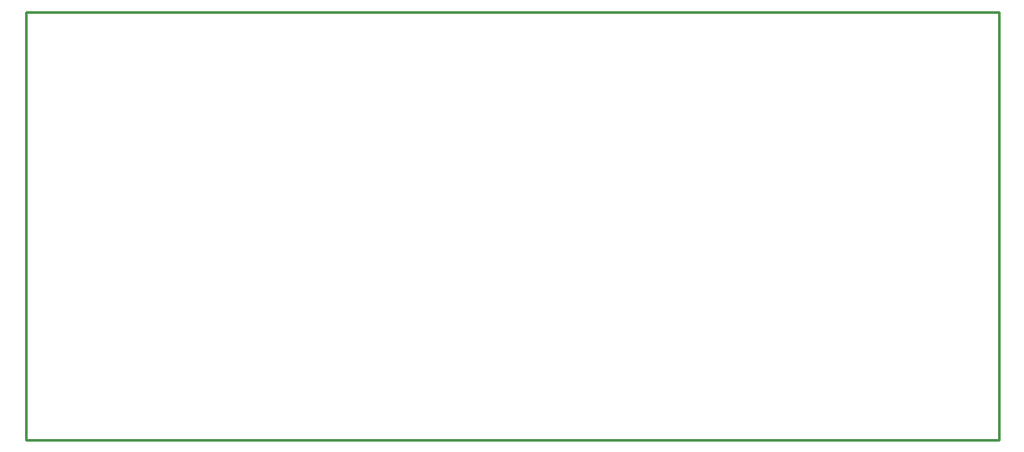
<source format=gko>
G04 Layer_Color=16711935*
%FSLAX25Y25*%
%MOIN*%
G70*
G01*
G75*
%ADD32C,0.01000*%
D32*
X100000Y100000D02*
X475000D01*
Y265000D01*
X100000D02*
X475000D01*
X100000Y100000D02*
Y265000D01*
M02*

</source>
